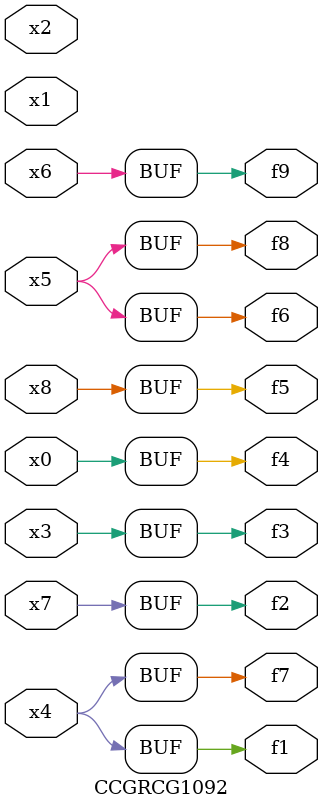
<source format=v>
module CCGRCG1092(
	input x0, x1, x2, x3, x4, x5, x6, x7, x8,
	output f1, f2, f3, f4, f5, f6, f7, f8, f9
);
	assign f1 = x4;
	assign f2 = x7;
	assign f3 = x3;
	assign f4 = x0;
	assign f5 = x8;
	assign f6 = x5;
	assign f7 = x4;
	assign f8 = x5;
	assign f9 = x6;
endmodule

</source>
